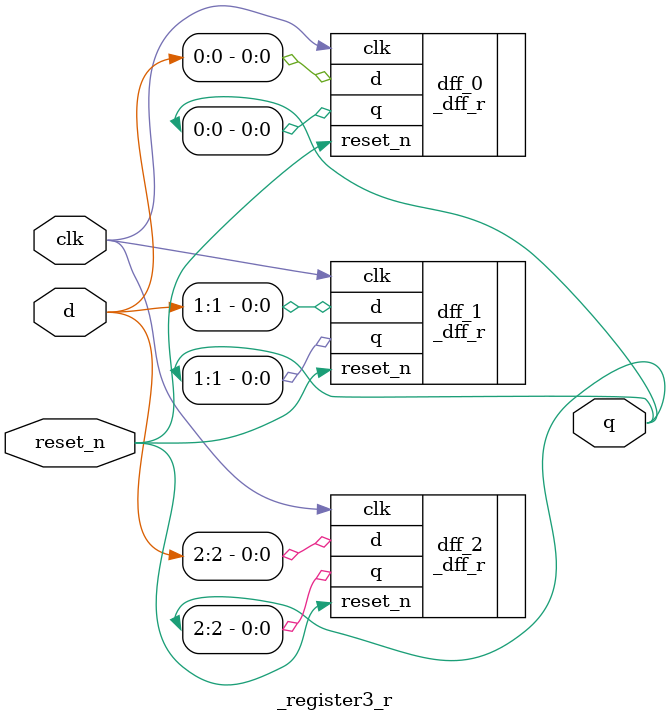
<source format=v>
module _register3_r(clk, reset_n, d, q);

	input clk, reset_n;
	input [2:0] d;
	output [2:0] q; //set input and output
	
	_dff_r dff_0(.clk(clk), .reset_n(reset_n), .d(d[0]), .q(q[0]));
	_dff_r dff_1(.clk(clk), .reset_n(reset_n), .d(d[1]), .q(q[1]));
	_dff_r dff_2(.clk(clk), .reset_n(reset_n), .d(d[2]), .q(q[2])); //connect 3 dff

endmodule

</source>
